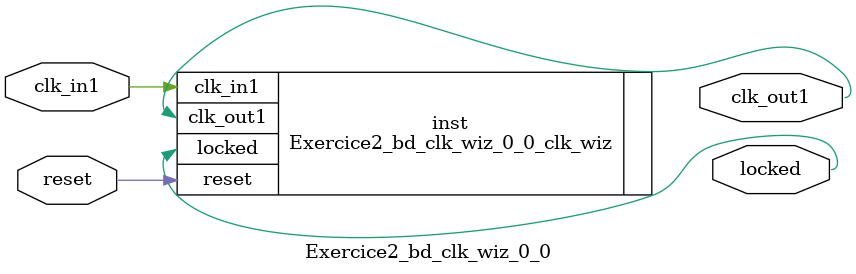
<source format=v>


`timescale 1ps/1ps

(* CORE_GENERATION_INFO = "Exercice2_bd_clk_wiz_0_0,clk_wiz_v6_0_6_0_0,{component_name=Exercice2_bd_clk_wiz_0_0,use_phase_alignment=true,use_min_o_jitter=false,use_max_i_jitter=false,use_dyn_phase_shift=false,use_inclk_switchover=false,use_dyn_reconfig=false,enable_axi=0,feedback_source=FDBK_AUTO,PRIMITIVE=MMCM,num_out_clk=1,clkin1_period=8.000,clkin2_period=10.000,use_power_down=false,use_reset=true,use_locked=true,use_inclk_stopped=false,feedback_type=SINGLE,CLOCK_MGR_TYPE=NA,manual_override=false}" *)

module Exercice2_bd_clk_wiz_0_0 
 (
  // Clock out ports
  output        clk_out1,
  // Status and control signals
  input         reset,
  output        locked,
 // Clock in ports
  input         clk_in1
 );

  Exercice2_bd_clk_wiz_0_0_clk_wiz inst
  (
  // Clock out ports  
  .clk_out1(clk_out1),
  // Status and control signals               
  .reset(reset), 
  .locked(locked),
 // Clock in ports
  .clk_in1(clk_in1)
  );

endmodule

</source>
